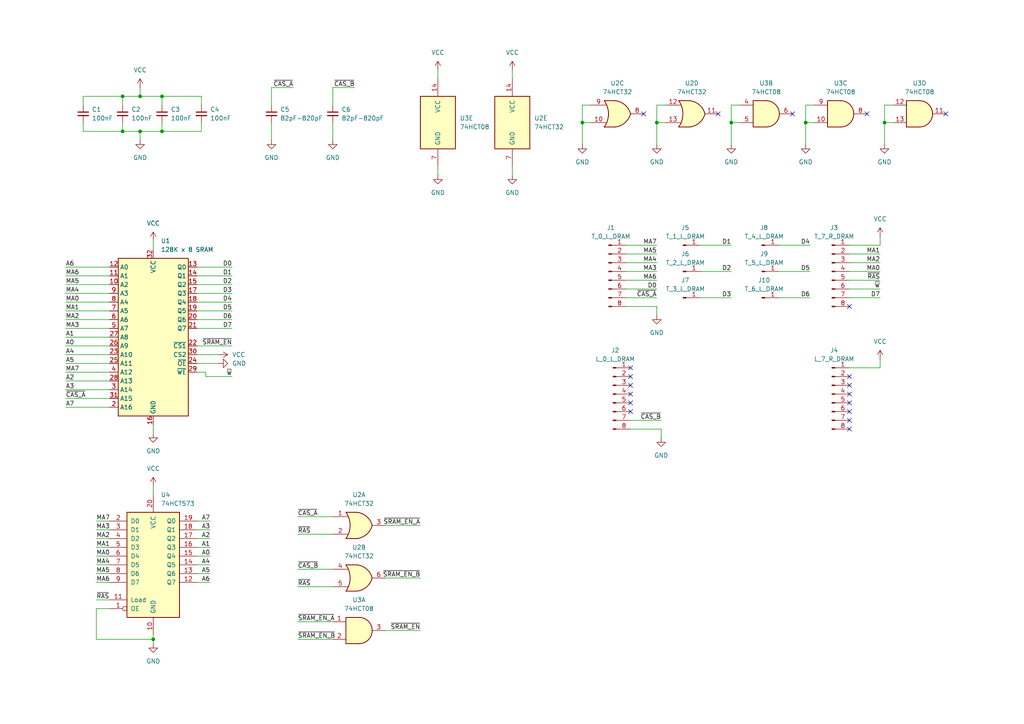
<source format=kicad_sch>
(kicad_sch (version 20231120) (generator "eeschema") (generator_version "8.0")
  (paper "A4")
  (lib_symbols
    (symbol "74xx:74LS08" (pin_names (offset 1.016))
      (property "Reference" "U" (at 0 1.27 0))
      (property "Value" "74LS08" (at 0 -1.27 0))
      (symbol "74LS08_1_1"
        (arc (start 0 -3.81) (mid 3.7934 0) (end 0 3.81) (stroke (width 0.254)) (fill (type background)))
        (polyline (pts (xy 0 3.81) (xy -3.81 3.81) (xy -3.81 -3.81) (xy 0 -3.81)) (stroke (width 0.254)) (fill (type background)))
        (pin input line (at -7.62 2.54 0) (length 3.81) (name "~") (number "1"))
        (pin input line (at -7.62 -2.54 0) (length 3.81) (name "~") (number "2"))
        (pin output line (at 7.62 0 180) (length 3.81) (name "~") (number "3"))
      )
      (symbol "74LS08_1_2"
        (arc (start -3.81 -3.81) (mid -2.589 0) (end -3.81 3.81) (stroke (width 0.254)))
        (arc (start -0.6096 -3.81) (mid 2.1842 -2.5851) (end 3.81 0) (stroke (width 0.254)) (fill (type background)))
        (polyline (pts (xy -3.81 -3.81) (xy -0.635 -3.81)) (stroke (width 0.254)) (fill (type background)))
        (polyline (pts (xy -3.81 3.81) (xy -0.635 3.81)) (stroke (width 0.254)) (fill (type background)))
        (polyline (pts (xy -0.635 3.81) (xy -3.81 3.81) (xy -3.81 3.81) (xy -3.556 3.4036) (xy -3.0226 2.2606) (xy -2.6924 1.0414) (xy -2.6162 -0.254) (xy -2.7686 -1.4986) (xy -3.175 -2.7178) (xy -3.81 -3.81) (xy -3.81 -3.81) (xy -0.635 -3.81)) (stroke (width -25.4)) (fill (type background)))
        (arc (start 3.81 0) (mid 2.1915 2.5936) (end -0.6096 3.81) (stroke (width 0.254)) (fill (type background)))
        (pin input inverted (at -7.62 2.54 0) (length 4.318) (name "~") (number "1"))
        (pin input inverted (at -7.62 -2.54 0) (length 4.318) (name "~") (number "2"))
        (pin output inverted (at 7.62 0 180) (length 3.81) (name "~") (number "3"))
      )
      (symbol "74LS08_2_1"
        (arc (start 0 -3.81) (mid 3.7934 0) (end 0 3.81) (stroke (width 0.254)) (fill (type background)))
        (polyline (pts (xy 0 3.81) (xy -3.81 3.81) (xy -3.81 -3.81) (xy 0 -3.81)) (stroke (width 0.254)) (fill (type background)))
        (pin input line (at -7.62 2.54 0) (length 3.81) (name "~") (number "4"))
        (pin input line (at -7.62 -2.54 0) (length 3.81) (name "~") (number "5"))
        (pin output line (at 7.62 0 180) (length 3.81) (name "~") (number "6"))
      )
      (symbol "74LS08_2_2"
        (arc (start -3.81 -3.81) (mid -2.589 0) (end -3.81 3.81) (stroke (width 0.254)))
        (arc (start -0.6096 -3.81) (mid 2.1842 -2.5851) (end 3.81 0) (stroke (width 0.254)) (fill (type background)))
        (polyline (pts (xy -3.81 -3.81) (xy -0.635 -3.81)) (stroke (width 0.254)) (fill (type background)))
        (polyline (pts (xy -3.81 3.81) (xy -0.635 3.81)) (stroke (width 0.254)) (fill (type background)))
        (polyline (pts (xy -0.635 3.81) (xy -3.81 3.81) (xy -3.81 3.81) (xy -3.556 3.4036) (xy -3.0226 2.2606) (xy -2.6924 1.0414) (xy -2.6162 -0.254) (xy -2.7686 -1.4986) (xy -3.175 -2.7178) (xy -3.81 -3.81) (xy -3.81 -3.81) (xy -0.635 -3.81)) (stroke (width -25.4)) (fill (type background)))
        (arc (start 3.81 0) (mid 2.1915 2.5936) (end -0.6096 3.81) (stroke (width 0.254)) (fill (type background)))
        (pin input inverted (at -7.62 2.54 0) (length 4.318) (name "~") (number "4"))
        (pin input inverted (at -7.62 -2.54 0) (length 4.318) (name "~") (number "5"))
        (pin output inverted (at 7.62 0 180) (length 3.81) (name "~") (number "6"))
      )
      (symbol "74LS08_3_1"
        (arc (start 0 -3.81) (mid 3.7934 0) (end 0 3.81) (stroke (width 0.254)) (fill (type background)))
        (polyline (pts (xy 0 3.81) (xy -3.81 3.81) (xy -3.81 -3.81) (xy 0 -3.81)) (stroke (width 0.254)) (fill (type background)))
        (pin input line (at -7.62 -2.54 0) (length 3.81) (name "~") (number "10"))
        (pin output line (at 7.62 0 180) (length 3.81) (name "~") (number "8"))
        (pin input line (at -7.62 2.54 0) (length 3.81) (name "~") (number "9"))
      )
      (symbol "74LS08_3_2"
        (arc (start -3.81 -3.81) (mid -2.589 0) (end -3.81 3.81) (stroke (width 0.254)))
        (arc (start -0.6096 -3.81) (mid 2.1842 -2.5851) (end 3.81 0) (stroke (width 0.254)) (fill (type background)))
        (polyline (pts (xy -3.81 -3.81) (xy -0.635 -3.81)) (stroke (width 0.254)) (fill (type background)))
        (polyline (pts (xy -3.81 3.81) (xy -0.635 3.81)) (stroke (width 0.254)) (fill (type background)))
        (polyline (pts (xy -0.635 3.81) (xy -3.81 3.81) (xy -3.81 3.81) (xy -3.556 3.4036) (xy -3.0226 2.2606) (xy -2.6924 1.0414) (xy -2.6162 -0.254) (xy -2.7686 -1.4986) (xy -3.175 -2.7178) (xy -3.81 -3.81) (xy -3.81 -3.81) (xy -0.635 -3.81)) (stroke (width -25.4)) (fill (type background)))
        (arc (start 3.81 0) (mid 2.1915 2.5936) (end -0.6096 3.81) (stroke (width 0.254)) (fill (type background)))
        (pin input inverted (at -7.62 -2.54 0) (length 4.318) (name "~") (number "10"))
        (pin output inverted (at 7.62 0 180) (length 3.81) (name "~") (number "8"))
        (pin input inverted (at -7.62 2.54 0) (length 4.318) (name "~") (number "9"))
      )
      (symbol "74LS08_4_1"
        (arc (start 0 -3.81) (mid 3.7934 0) (end 0 3.81) (stroke (width 0.254)) (fill (type background)))
        (polyline (pts (xy 0 3.81) (xy -3.81 3.81) (xy -3.81 -3.81) (xy 0 -3.81)) (stroke (width 0.254)) (fill (type background)))
        (pin output line (at 7.62 0 180) (length 3.81) (name "~") (number "11"))
        (pin input line (at -7.62 2.54 0) (length 3.81) (name "~") (number "12"))
        (pin input line (at -7.62 -2.54 0) (length 3.81) (name "~") (number "13"))
      )
      (symbol "74LS08_4_2"
        (arc (start -3.81 -3.81) (mid -2.589 0) (end -3.81 3.81) (stroke (width 0.254)))
        (arc (start -0.6096 -3.81) (mid 2.1842 -2.5851) (end 3.81 0) (stroke (width 0.254)) (fill (type background)))
        (polyline (pts (xy -3.81 -3.81) (xy -0.635 -3.81)) (stroke (width 0.254)) (fill (type background)))
        (polyline (pts (xy -3.81 3.81) (xy -0.635 3.81)) (stroke (width 0.254)) (fill (type background)))
        (polyline (pts (xy -0.635 3.81) (xy -3.81 3.81) (xy -3.81 3.81) (xy -3.556 3.4036) (xy -3.0226 2.2606) (xy -2.6924 1.0414) (xy -2.6162 -0.254) (xy -2.7686 -1.4986) (xy -3.175 -2.7178) (xy -3.81 -3.81) (xy -3.81 -3.81) (xy -0.635 -3.81)) (stroke (width -25.4)) (fill (type background)))
        (arc (start 3.81 0) (mid 2.1915 2.5936) (end -0.6096 3.81) (stroke (width 0.254)) (fill (type background)))
        (pin output inverted (at 7.62 0 180) (length 3.81) (name "~") (number "11"))
        (pin input inverted (at -7.62 2.54 0) (length 4.318) (name "~") (number "12"))
        (pin input inverted (at -7.62 -2.54 0) (length 4.318) (name "~") (number "13"))
      )
      (symbol "74LS08_5_0"
        (pin power_in line (at 0 12.7 270) (length 5.08) (name "VCC") (number "14"))
        (pin power_in line (at 0 -12.7 90) (length 5.08) (name "GND") (number "7"))
      )
      (symbol "74LS08_5_1"
        (rectangle (start -5.08 7.62) (end 5.08 -7.62) (stroke (width 0.254)) (fill (type background)))
      )
    )
    (symbol "74xx:74LS32" (pin_names (offset 1.016))
      (property "Reference" "U" (at 0 1.27 0))
      (property "Value" "74LS32" (at 0 -1.27 0))
      (symbol "74LS32_1_1"
        (arc (start -3.81 -3.81) (mid -2.589 0) (end -3.81 3.81) (stroke (width 0.254)))
        (arc (start -0.6096 -3.81) (mid 2.1842 -2.5851) (end 3.81 0) (stroke (width 0.254)) (fill (type background)))
        (polyline (pts (xy -3.81 -3.81) (xy -0.635 -3.81)) (stroke (width 0.254)) (fill (type background)))
        (polyline (pts (xy -3.81 3.81) (xy -0.635 3.81)) (stroke (width 0.254)) (fill (type background)))
        (polyline (pts (xy -0.635 3.81) (xy -3.81 3.81) (xy -3.81 3.81) (xy -3.556 3.4036) (xy -3.0226 2.2606) (xy -2.6924 1.0414) (xy -2.6162 -0.254) (xy -2.7686 -1.4986) (xy -3.175 -2.7178) (xy -3.81 -3.81) (xy -3.81 -3.81) (xy -0.635 -3.81)) (stroke (width -25.4)) (fill (type background)))
        (arc (start 3.81 0) (mid 2.1915 2.5936) (end -0.6096 3.81) (stroke (width 0.254)) (fill (type background)))
        (pin input line (at -7.62 2.54 0) (length 4.318) (name "~") (number "1"))
        (pin input line (at -7.62 -2.54 0) (length 4.318) (name "~") (number "2"))
        (pin output line (at 7.62 0 180) (length 3.81) (name "~") (number "3"))
      )
      (symbol "74LS32_1_2"
        (arc (start 0 -3.81) (mid 3.7934 0) (end 0 3.81) (stroke (width 0.254)) (fill (type background)))
        (polyline (pts (xy 0 3.81) (xy -3.81 3.81) (xy -3.81 -3.81) (xy 0 -3.81)) (stroke (width 0.254)) (fill (type background)))
        (pin input inverted (at -7.62 2.54 0) (length 3.81) (name "~") (number "1"))
        (pin input inverted (at -7.62 -2.54 0) (length 3.81) (name "~") (number "2"))
        (pin output inverted (at 7.62 0 180) (length 3.81) (name "~") (number "3"))
      )
      (symbol "74LS32_2_1"
        (arc (start -3.81 -3.81) (mid -2.589 0) (end -3.81 3.81) (stroke (width 0.254)))
        (arc (start -0.6096 -3.81) (mid 2.1842 -2.5851) (end 3.81 0) (stroke (width 0.254)) (fill (type background)))
        (polyline (pts (xy -3.81 -3.81) (xy -0.635 -3.81)) (stroke (width 0.254)) (fill (type background)))
        (polyline (pts (xy -3.81 3.81) (xy -0.635 3.81)) (stroke (width 0.254)) (fill (type background)))
        (polyline (pts (xy -0.635 3.81) (xy -3.81 3.81) (xy -3.81 3.81) (xy -3.556 3.4036) (xy -3.0226 2.2606) (xy -2.6924 1.0414) (xy -2.6162 -0.254) (xy -2.7686 -1.4986) (xy -3.175 -2.7178) (xy -3.81 -3.81) (xy -3.81 -3.81) (xy -0.635 -3.81)) (stroke (width -25.4)) (fill (type background)))
        (arc (start 3.81 0) (mid 2.1915 2.5936) (end -0.6096 3.81) (stroke (width 0.254)) (fill (type background)))
        (pin input line (at -7.62 2.54 0) (length 4.318) (name "~") (number "4"))
        (pin input line (at -7.62 -2.54 0) (length 4.318) (name "~") (number "5"))
        (pin output line (at 7.62 0 180) (length 3.81) (name "~") (number "6"))
      )
      (symbol "74LS32_2_2"
        (arc (start 0 -3.81) (mid 3.7934 0) (end 0 3.81) (stroke (width 0.254)) (fill (type background)))
        (polyline (pts (xy 0 3.81) (xy -3.81 3.81) (xy -3.81 -3.81) (xy 0 -3.81)) (stroke (width 0.254)) (fill (type background)))
        (pin input inverted (at -7.62 2.54 0) (length 3.81) (name "~") (number "4"))
        (pin input inverted (at -7.62 -2.54 0) (length 3.81) (name "~") (number "5"))
        (pin output inverted (at 7.62 0 180) (length 3.81) (name "~") (number "6"))
      )
      (symbol "74LS32_3_1"
        (arc (start -3.81 -3.81) (mid -2.589 0) (end -3.81 3.81) (stroke (width 0.254)))
        (arc (start -0.6096 -3.81) (mid 2.1842 -2.5851) (end 3.81 0) (stroke (width 0.254)) (fill (type background)))
        (polyline (pts (xy -3.81 -3.81) (xy -0.635 -3.81)) (stroke (width 0.254)) (fill (type background)))
        (polyline (pts (xy -3.81 3.81) (xy -0.635 3.81)) (stroke (width 0.254)) (fill (type background)))
        (polyline (pts (xy -0.635 3.81) (xy -3.81 3.81) (xy -3.81 3.81) (xy -3.556 3.4036) (xy -3.0226 2.2606) (xy -2.6924 1.0414) (xy -2.6162 -0.254) (xy -2.7686 -1.4986) (xy -3.175 -2.7178) (xy -3.81 -3.81) (xy -3.81 -3.81) (xy -0.635 -3.81)) (stroke (width -25.4)) (fill (type background)))
        (arc (start 3.81 0) (mid 2.1915 2.5936) (end -0.6096 3.81) (stroke (width 0.254)) (fill (type background)))
        (pin input line (at -7.62 -2.54 0) (length 4.318) (name "~") (number "10"))
        (pin output line (at 7.62 0 180) (length 3.81) (name "~") (number "8"))
        (pin input line (at -7.62 2.54 0) (length 4.318) (name "~") (number "9"))
      )
      (symbol "74LS32_3_2"
        (arc (start 0 -3.81) (mid 3.7934 0) (end 0 3.81) (stroke (width 0.254)) (fill (type background)))
        (polyline (pts (xy 0 3.81) (xy -3.81 3.81) (xy -3.81 -3.81) (xy 0 -3.81)) (stroke (width 0.254)) (fill (type background)))
        (pin input inverted (at -7.62 -2.54 0) (length 3.81) (name "~") (number "10"))
        (pin output inverted (at 7.62 0 180) (length 3.81) (name "~") (number "8"))
        (pin input inverted (at -7.62 2.54 0) (length 3.81) (name "~") (number "9"))
      )
      (symbol "74LS32_4_1"
        (arc (start -3.81 -3.81) (mid -2.589 0) (end -3.81 3.81) (stroke (width 0.254)))
        (arc (start -0.6096 -3.81) (mid 2.1842 -2.5851) (end 3.81 0) (stroke (width 0.254)) (fill (type background)))
        (polyline (pts (xy -3.81 -3.81) (xy -0.635 -3.81)) (stroke (width 0.254)) (fill (type background)))
        (polyline (pts (xy -3.81 3.81) (xy -0.635 3.81)) (stroke (width 0.254)) (fill (type background)))
        (polyline (pts (xy -0.635 3.81) (xy -3.81 3.81) (xy -3.81 3.81) (xy -3.556 3.4036) (xy -3.0226 2.2606) (xy -2.6924 1.0414) (xy -2.6162 -0.254) (xy -2.7686 -1.4986) (xy -3.175 -2.7178) (xy -3.81 -3.81) (xy -3.81 -3.81) (xy -0.635 -3.81)) (stroke (width -25.4)) (fill (type background)))
        (arc (start 3.81 0) (mid 2.1915 2.5936) (end -0.6096 3.81) (stroke (width 0.254)) (fill (type background)))
        (pin output line (at 7.62 0 180) (length 3.81) (name "~") (number "11"))
        (pin input line (at -7.62 2.54 0) (length 4.318) (name "~") (number "12"))
        (pin input line (at -7.62 -2.54 0) (length 4.318) (name "~") (number "13"))
      )
      (symbol "74LS32_4_2"
        (arc (start 0 -3.81) (mid 3.7934 0) (end 0 3.81) (stroke (width 0.254)) (fill (type background)))
        (polyline (pts (xy 0 3.81) (xy -3.81 3.81) (xy -3.81 -3.81) (xy 0 -3.81)) (stroke (width 0.254)) (fill (type background)))
        (pin output inverted (at 7.62 0 180) (length 3.81) (name "~") (number "11"))
        (pin input inverted (at -7.62 2.54 0) (length 3.81) (name "~") (number "12"))
        (pin input inverted (at -7.62 -2.54 0) (length 3.81) (name "~") (number "13"))
      )
      (symbol "74LS32_5_0"
        (pin power_in line (at 0 12.7 270) (length 5.08) (name "VCC") (number "14"))
        (pin power_in line (at 0 -12.7 90) (length 5.08) (name "GND") (number "7"))
      )
      (symbol "74LS32_5_1"
        (rectangle (start -5.08 7.62) (end 5.08 -7.62) (stroke (width 0.254)) (fill (type background)))
      )
    )
    (symbol "74xx:74LS573" (pin_names (offset 1.016))
      (property "Reference" "U" (at -7.62 16.51 0))
      (property "Value" "74LS573" (at -7.62 -16.51 0))
      (symbol "74LS573_1_0"
        (pin input inverted (at -12.7 -12.7 0) (length 5.08) (name "OE") (number "1"))
        (pin power_in line (at 0 -20.32 90) (length 5.08) (name "GND") (number "10"))
        (pin input line (at -12.7 -10.16 0) (length 5.08) (name "Load") (number "11"))
        (pin tri_state line (at 12.7 -5.08 180) (length 5.08) (name "Q7") (number "12"))
        (pin tri_state line (at 12.7 -2.54 180) (length 5.08) (name "Q6") (number "13"))
        (pin tri_state line (at 12.7 0 180) (length 5.08) (name "Q5") (number "14"))
        (pin tri_state line (at 12.7 2.54 180) (length 5.08) (name "Q4") (number "15"))
        (pin tri_state line (at 12.7 5.08 180) (length 5.08) (name "Q3") (number "16"))
        (pin tri_state line (at 12.7 7.62 180) (length 5.08) (name "Q2") (number "17"))
        (pin tri_state line (at 12.7 10.16 180) (length 5.08) (name "Q1") (number "18"))
        (pin tri_state line (at 12.7 12.7 180) (length 5.08) (name "Q0") (number "19"))
        (pin input line (at -12.7 12.7 0) (length 5.08) (name "D0") (number "2"))
        (pin power_in line (at 0 20.32 270) (length 5.08) (name "VCC") (number "20"))
        (pin input line (at -12.7 10.16 0) (length 5.08) (name "D1") (number "3"))
        (pin input line (at -12.7 7.62 0) (length 5.08) (name "D2") (number "4"))
        (pin input line (at -12.7 5.08 0) (length 5.08) (name "D3") (number "5"))
        (pin input line (at -12.7 2.54 0) (length 5.08) (name "D4") (number "6"))
        (pin input line (at -12.7 0 0) (length 5.08) (name "D5") (number "7"))
        (pin input line (at -12.7 -2.54 0) (length 5.08) (name "D6") (number "8"))
        (pin input line (at -12.7 -5.08 0) (length 5.08) (name "D7") (number "9"))
      )
      (symbol "74LS573_1_1"
        (rectangle (start -7.62 15.24) (end 7.62 -15.24) (stroke (width 0.254)) (fill (type background)))
      )
    )
    (symbol "Connector:Conn_01x01_Pin" (pin_names (offset 1.016) hide)
      (property "Reference" "J" (at 0 2.54 0))
      (property "Value" "Conn_01x01_Pin" (at 0 -2.54 0))
      (symbol "Conn_01x01_Pin_1_1"
        (polyline (pts (xy 1.27 0) (xy 0.8636 0)) (stroke (width 0.1524)))
        (rectangle (start 0.8636 0.127) (end 0 -0.127) (stroke (width 0.1524)) (fill (type outline)))
        (pin passive line (at 5.08 0 180) (length 3.81) (name "Pin_1") (number "1"))
      )
    )
    (symbol "Connector:Conn_01x08_Pin" (pin_names (offset 1.016) hide)
      (property "Reference" "J" (at 0 10.16 0))
      (property "Value" "Conn_01x08_Pin" (at 0 -12.7 0))
      (symbol "Conn_01x08_Pin_1_1"
        (polyline (pts (xy 1.27 -10.16) (xy 0.8636 -10.16)) (stroke (width 0.1524)))
        (polyline (pts (xy 1.27 -7.62) (xy 0.8636 -7.62)) (stroke (width 0.1524)))
        (polyline (pts (xy 1.27 -5.08) (xy 0.8636 -5.08)) (stroke (width 0.1524)))
        (polyline (pts (xy 1.27 -2.54) (xy 0.8636 -2.54)) (stroke (width 0.1524)))
        (polyline (pts (xy 1.27 0) (xy 0.8636 0)) (stroke (width 0.1524)))
        (polyline (pts (xy 1.27 2.54) (xy 0.8636 2.54)) (stroke (width 0.1524)))
        (polyline (pts (xy 1.27 5.08) (xy 0.8636 5.08)) (stroke (width 0.1524)))
        (polyline (pts (xy 1.27 7.62) (xy 0.8636 7.62)) (stroke (width 0.1524)))
        (rectangle (start 0.8636 -10.033) (end 0 -10.287) (stroke (width 0.1524)) (fill (type outline)))
        (rectangle (start 0.8636 -7.493) (end 0 -7.747) (stroke (width 0.1524)) (fill (type outline)))
        (rectangle (start 0.8636 -4.953) (end 0 -5.207) (stroke (width 0.1524)) (fill (type outline)))
        (rectangle (start 0.8636 -2.413) (end 0 -2.667) (stroke (width 0.1524)) (fill (type outline)))
        (rectangle (start 0.8636 0.127) (end 0 -0.127) (stroke (width 0.1524)) (fill (type outline)))
        (rectangle (start 0.8636 2.667) (end 0 2.413) (stroke (width 0.1524)) (fill (type outline)))
        (rectangle (start 0.8636 5.207) (end 0 4.953) (stroke (width 0.1524)) (fill (type outline)))
        (rectangle (start 0.8636 7.747) (end 0 7.493) (stroke (width 0.1524)) (fill (type outline)))
        (pin passive line (at 5.08 7.62 180) (length 3.81) (name "Pin_1") (number "1"))
        (pin passive line (at 5.08 5.08 180) (length 3.81) (name "Pin_2") (number "2"))
        (pin passive line (at 5.08 2.54 180) (length 3.81) (name "Pin_3") (number "3"))
        (pin passive line (at 5.08 0 180) (length 3.81) (name "Pin_4") (number "4"))
        (pin passive line (at 5.08 -2.54 180) (length 3.81) (name "Pin_5") (number "5"))
        (pin passive line (at 5.08 -5.08 180) (length 3.81) (name "Pin_6") (number "6"))
        (pin passive line (at 5.08 -7.62 180) (length 3.81) (name "Pin_7") (number "7"))
        (pin passive line (at 5.08 -10.16 180) (length 3.81) (name "Pin_8") (number "8"))
      )
    )
    (symbol "Device:C_Small" (pin_numbers hide) (pin_names (offset 0.254) hide)
      (property "Reference" "C" (at 0.254 1.778 0))
      (property "Value" "C_Small" (at 0.254 -2.032 0))
      (symbol "C_Small_0_1"
        (polyline (pts (xy -1.524 -0.508) (xy 1.524 -0.508)) (stroke (width 0.3302)))
        (polyline (pts (xy -1.524 0.508) (xy 1.524 0.508)) (stroke (width 0.3048)))
      )
      (symbol "C_Small_1_1"
        (pin passive line (at 0 2.54 270) (length 2.032) (name "~") (number "1"))
        (pin passive line (at 0 -2.54 90) (length 2.032) (name "~") (number "2"))
      )
    )
    (symbol "Memory_RAM:628128_DIP32_SSOP32"
      (property "Reference" "U" (at -10.16 23.495 0))
      (property "Value" "628128_DIP32_SSOP32" (at 2.54 23.495 0))
      (symbol "628128_DIP32_SSOP32_0_0"
        (pin power_in line (at 0 -25.4 90) (length 2.54) (name "GND") (number "16"))
        (pin power_in line (at 0 25.4 270) (length 2.54) (name "VCC") (number "32"))
      )
      (symbol "628128_DIP32_SSOP32_0_1"
        (rectangle (start -10.16 22.86) (end 10.16 -22.86) (stroke (width 0.254)) (fill (type background)))
      )
      (symbol "628128_DIP32_SSOP32_1_1"
        (pin no_connect line (at 10.16 -20.32 180) (length 2.54) hide (name "NC") (number "1"))
        (pin input line (at -12.7 15.24 0) (length 2.54) (name "A2") (number "10"))
        (pin input line (at -12.7 17.78 0) (length 2.54) (name "A1") (number "11"))
        (pin input line (at -12.7 20.32 0) (length 2.54) (name "A0") (number "12"))
        (pin tri_state line (at 12.7 20.32 180) (length 2.54) (name "Q0") (number "13"))
        (pin tri_state line (at 12.7 17.78 180) (length 2.54) (name "Q1") (number "14"))
        (pin tri_state line (at 12.7 15.24 180) (length 2.54) (name "Q2") (number "15"))
        (pin tri_state line (at 12.7 12.7 180) (length 2.54) (name "Q3") (number "17"))
        (pin tri_state line (at 12.7 10.16 180) (length 2.54) (name "Q4") (number "18"))
        (pin tri_state line (at 12.7 7.62 180) (length 2.54) (name "Q5") (number "19"))
        (pin input line (at -12.7 -20.32 0) (length 2.54) (name "A16") (number "2"))
        (pin tri_state line (at 12.7 5.08 180) (length 2.54) (name "Q6") (number "20"))
        (pin tri_state line (at 12.7 2.54 180) (length 2.54) (name "Q7") (number "21"))
        (pin input line (at 12.7 -2.54 180) (length 2.54) (name "~{CS1}") (number "22"))
        (pin input line (at -12.7 -5.08 0) (length 2.54) (name "A10") (number "23"))
        (pin input line (at 12.7 -7.62 180) (length 2.54) (name "~{OE}") (number "24"))
        (pin input line (at -12.7 -7.62 0) (length 2.54) (name "A11") (number "25"))
        (pin input line (at -12.7 -2.54 0) (length 2.54) (name "A9") (number "26"))
        (pin input line (at -12.7 0 0) (length 2.54) (name "A8") (number "27"))
        (pin input line (at -12.7 -12.7 0) (length 2.54) (name "A13") (number "28"))
        (pin input line (at 12.7 -10.16 180) (length 2.54) (name "~{WE}") (number "29"))
        (pin input line (at -12.7 -15.24 0) (length 2.54) (name "A14") (number "3"))
        (pin input line (at 12.7 -5.08 180) (length 2.54) (name "CS2") (number "30"))
        (pin input line (at -12.7 -17.78 0) (length 2.54) (name "A15") (number "31"))
        (pin input line (at -12.7 -10.16 0) (length 2.54) (name "A12") (number "4"))
        (pin input line (at -12.7 2.54 0) (length 2.54) (name "A7") (number "5"))
        (pin input line (at -12.7 5.08 0) (length 2.54) (name "A6") (number "6"))
        (pin input line (at -12.7 7.62 0) (length 2.54) (name "A5") (number "7"))
        (pin input line (at -12.7 10.16 0) (length 2.54) (name "A4") (number "8"))
        (pin input line (at -12.7 12.7 0) (length 2.54) (name "A3") (number "9"))
      )
    )
    (symbol "power:GND" (power) (pin_numbers hide) (pin_names (offset 0) hide)
      (property "Value" "GND" (at 0 -3.81 0))
      (symbol "GND_0_1"
        (polyline (pts (xy 0 0) (xy 0 -1.27) (xy 1.27 -1.27) (xy 0 -2.54) (xy -1.27 -1.27) (xy 0 -1.27)))
      )
      (symbol "GND_1_1"
        (pin power_in line (at 0 0 270) (length 0) (name "~") (number "1"))
      )
    )
    (symbol "power:VCC" (power) (pin_numbers hide) (pin_names (offset 0) hide)
      (property "Value" "VCC" (at 0 3.556 0))
      (symbol "VCC_0_1"
        (polyline (pts (xy -0.762 1.27) (xy 0 2.54)))
        (polyline (pts (xy 0 0) (xy 0 2.54)))
        (polyline (pts (xy 0 2.54) (xy 0.762 1.27)))
      )
      (symbol "VCC_1_1"
        (pin power_in line (at 0 0 90) (length 0) (name "~") (number "1"))
      )
    )
  )
  (junction (at 46.99 27.94))
  (junction (at 40.64 27.94))
  (junction (at 212.09 35.56))
  (junction (at 40.64 38.1))
  (junction (at 35.56 27.94))
  (junction (at 256.54 35.56))
  (junction (at 35.56 38.1))
  (junction (at 44.45 185.42))
  (junction (at 233.68 35.56))
  (junction (at 190.5 35.56))
  (junction (at 168.91 35.56))
  (junction (at 46.99 38.1))
  (no_connect (at 182.88 106.68))
  (no_connect (at 182.88 114.3))
  (no_connect (at 186.69 33.02))
  (no_connect (at 182.88 111.76))
  (no_connect (at 246.38 124.46))
  (no_connect (at 246.38 119.38))
  (no_connect (at 246.38 116.84))
  (no_connect (at 182.88 116.84))
  (no_connect (at 246.38 114.3))
  (no_connect (at 246.38 109.22))
  (no_connect (at 208.28 33.02))
  (no_connect (at 274.32 33.02))
  (no_connect (at 246.38 111.76))
  (no_connect (at 182.88 119.38))
  (no_connect (at 229.87 33.02))
  (no_connect (at 251.46 33.02))
  (no_connect (at 182.88 109.22))
  (no_connect (at 246.38 121.92))
  (no_connect (at 246.38 88.9))
  (wire (pts (xy 111.76 167.64) (xy 121.92 167.64)))
  (wire (pts (xy 40.64 38.1) (xy 46.99 38.1)))
  (wire (pts (xy 127 20.32) (xy 127 22.86)))
  (wire (pts (xy 40.64 25.4) (xy 40.64 27.94)))
  (wire (pts (xy 57.15 161.29) (xy 60.96 161.29)))
  (wire (pts (xy 57.15 163.83) (xy 60.96 163.83)))
  (wire (pts (xy 24.13 30.48) (xy 24.13 27.94)))
  (wire (pts (xy 44.45 123.19) (xy 44.45 125.73)))
  (wire (pts (xy 148.59 48.26) (xy 148.59 50.8)))
  (wire (pts (xy 78.74 25.4) (xy 85.09 25.4)))
  (wire (pts (xy 212.09 41.91) (xy 212.09 35.56)))
  (wire (pts (xy 190.5 30.48) (xy 193.04 30.48)))
  (wire (pts (xy 255.27 68.58) (xy 255.27 71.12)))
  (wire (pts (xy 57.15 102.87) (xy 63.5 102.87)))
  (wire (pts (xy 19.05 80.01) (xy 31.75 80.01)))
  (wire (pts (xy 44.45 140.97) (xy 44.45 143.51)))
  (wire (pts (xy 256.54 41.91) (xy 256.54 35.56)))
  (wire (pts (xy 35.56 27.94) (xy 40.64 27.94)))
  (wire (pts (xy 27.94 185.42) (xy 27.94 176.53)))
  (wire (pts (xy 27.94 151.13) (xy 31.75 151.13)))
  (wire (pts (xy 24.13 35.56) (xy 24.13 38.1)))
  (wire (pts (xy 246.38 106.68) (xy 255.27 106.68)))
  (wire (pts (xy 40.64 38.1) (xy 40.64 40.64)))
  (wire (pts (xy 78.74 25.4) (xy 78.74 30.48)))
  (wire (pts (xy 168.91 35.56) (xy 171.45 35.56)))
  (wire (pts (xy 203.2 86.36) (xy 212.09 86.36)))
  (wire (pts (xy 27.94 168.91) (xy 31.75 168.91)))
  (wire (pts (xy 86.36 149.86) (xy 96.52 149.86)))
  (wire (pts (xy 182.88 121.92) (xy 191.77 121.92)))
  (wire (pts (xy 86.36 165.1) (xy 96.52 165.1)))
  (wire (pts (xy 44.45 185.42) (xy 44.45 186.69)))
  (wire (pts (xy 27.94 166.37) (xy 31.75 166.37)))
  (wire (pts (xy 96.52 25.4) (xy 96.52 30.48)))
  (wire (pts (xy 19.05 90.17) (xy 31.75 90.17)))
  (wire (pts (xy 190.5 88.9) (xy 190.5 91.44)))
  (wire (pts (xy 27.94 161.29) (xy 31.75 161.29)))
  (wire (pts (xy 78.74 35.56) (xy 78.74 40.64)))
  (wire (pts (xy 256.54 35.56) (xy 259.08 35.56)))
  (wire (pts (xy 246.38 78.74) (xy 255.27 78.74)))
  (wire (pts (xy 57.15 80.01) (xy 67.31 80.01)))
  (wire (pts (xy 27.94 158.75) (xy 31.75 158.75)))
  (wire (pts (xy 246.38 71.12) (xy 255.27 71.12)))
  (wire (pts (xy 256.54 35.56) (xy 256.54 30.48)))
  (wire (pts (xy 226.06 86.36) (xy 234.95 86.36)))
  (wire (pts (xy 19.05 115.57) (xy 31.75 115.57)))
  (wire (pts (xy 96.52 35.56) (xy 96.52 40.64)))
  (wire (pts (xy 35.56 38.1) (xy 40.64 38.1)))
  (wire (pts (xy 246.38 83.82) (xy 255.27 83.82)))
  (wire (pts (xy 19.05 95.25) (xy 31.75 95.25)))
  (wire (pts (xy 27.94 173.99) (xy 31.75 173.99)))
  (wire (pts (xy 181.61 73.66) (xy 190.5 73.66)))
  (wire (pts (xy 127 48.26) (xy 127 50.8)))
  (wire (pts (xy 59.69 107.95) (xy 59.69 109.22)))
  (wire (pts (xy 203.2 78.74) (xy 212.09 78.74)))
  (wire (pts (xy 57.15 166.37) (xy 60.96 166.37)))
  (wire (pts (xy 19.05 102.87) (xy 31.75 102.87)))
  (wire (pts (xy 24.13 27.94) (xy 35.56 27.94)))
  (wire (pts (xy 181.61 86.36) (xy 190.5 86.36)))
  (wire (pts (xy 19.05 100.33) (xy 31.75 100.33)))
  (wire (pts (xy 19.05 92.71) (xy 31.75 92.71)))
  (wire (pts (xy 246.38 73.66) (xy 255.27 73.66)))
  (wire (pts (xy 57.15 151.13) (xy 60.96 151.13)))
  (wire (pts (xy 35.56 35.56) (xy 35.56 38.1)))
  (wire (pts (xy 212.09 30.48) (xy 214.63 30.48)))
  (wire (pts (xy 256.54 30.48) (xy 259.08 30.48)))
  (wire (pts (xy 19.05 97.79) (xy 31.75 97.79)))
  (wire (pts (xy 190.5 35.56) (xy 193.04 35.56)))
  (wire (pts (xy 246.38 86.36) (xy 255.27 86.36)))
  (wire (pts (xy 57.15 107.95) (xy 59.69 107.95)))
  (wire (pts (xy 182.88 124.46) (xy 191.77 124.46)))
  (wire (pts (xy 57.15 92.71) (xy 67.31 92.71)))
  (wire (pts (xy 86.36 154.94) (xy 96.52 154.94)))
  (wire (pts (xy 255.27 104.14) (xy 255.27 106.68)))
  (wire (pts (xy 19.05 77.47) (xy 31.75 77.47)))
  (wire (pts (xy 86.36 170.18) (xy 96.52 170.18)))
  (wire (pts (xy 190.5 35.56) (xy 190.5 30.48)))
  (wire (pts (xy 46.99 27.94) (xy 46.99 30.48)))
  (wire (pts (xy 46.99 38.1) (xy 46.99 35.56)))
  (wire (pts (xy 57.15 153.67) (xy 60.96 153.67)))
  (wire (pts (xy 96.52 25.4) (xy 102.87 25.4)))
  (wire (pts (xy 233.68 35.56) (xy 233.68 30.48)))
  (wire (pts (xy 226.06 71.12) (xy 234.95 71.12)))
  (wire (pts (xy 181.61 81.28) (xy 190.5 81.28)))
  (wire (pts (xy 168.91 30.48) (xy 171.45 30.48)))
  (wire (pts (xy 181.61 78.74) (xy 190.5 78.74)))
  (wire (pts (xy 86.36 180.34) (xy 96.52 180.34)))
  (wire (pts (xy 246.38 81.28) (xy 255.27 81.28)))
  (wire (pts (xy 27.94 185.42) (xy 44.45 185.42)))
  (wire (pts (xy 19.05 107.95) (xy 31.75 107.95)))
  (wire (pts (xy 168.91 35.56) (xy 168.91 30.48)))
  (wire (pts (xy 57.15 95.25) (xy 67.31 95.25)))
  (wire (pts (xy 19.05 87.63) (xy 31.75 87.63)))
  (wire (pts (xy 111.76 182.88) (xy 121.92 182.88)))
  (wire (pts (xy 226.06 78.74) (xy 234.95 78.74)))
  (wire (pts (xy 168.91 41.91) (xy 168.91 35.56)))
  (wire (pts (xy 19.05 85.09) (xy 31.75 85.09)))
  (wire (pts (xy 96.52 185.42) (xy 86.36 185.42)))
  (wire (pts (xy 44.45 69.85) (xy 44.45 72.39)))
  (wire (pts (xy 46.99 38.1) (xy 58.42 38.1)))
  (wire (pts (xy 27.94 153.67) (xy 31.75 153.67)))
  (wire (pts (xy 59.69 109.22) (xy 67.31 109.22)))
  (wire (pts (xy 27.94 163.83) (xy 31.75 163.83)))
  (wire (pts (xy 203.2 71.12) (xy 212.09 71.12)))
  (wire (pts (xy 181.61 76.2) (xy 190.5 76.2)))
  (wire (pts (xy 24.13 38.1) (xy 35.56 38.1)))
  (wire (pts (xy 19.05 105.41) (xy 31.75 105.41)))
  (wire (pts (xy 19.05 110.49) (xy 31.75 110.49)))
  (wire (pts (xy 46.99 27.94) (xy 58.42 27.94)))
  (wire (pts (xy 58.42 27.94) (xy 58.42 30.48)))
  (wire (pts (xy 57.15 168.91) (xy 60.96 168.91)))
  (wire (pts (xy 233.68 30.48) (xy 236.22 30.48)))
  (wire (pts (xy 19.05 82.55) (xy 31.75 82.55)))
  (wire (pts (xy 58.42 38.1) (xy 58.42 35.56)))
  (wire (pts (xy 27.94 176.53) (xy 31.75 176.53)))
  (wire (pts (xy 27.94 156.21) (xy 31.75 156.21)))
  (wire (pts (xy 35.56 27.94) (xy 35.56 30.48)))
  (wire (pts (xy 44.45 184.15) (xy 44.45 185.42)))
  (wire (pts (xy 181.61 71.12) (xy 190.5 71.12)))
  (wire (pts (xy 40.64 27.94) (xy 46.99 27.94)))
  (wire (pts (xy 57.15 100.33) (xy 67.31 100.33)))
  (wire (pts (xy 212.09 35.56) (xy 214.63 35.56)))
  (wire (pts (xy 57.15 87.63) (xy 67.31 87.63)))
  (wire (pts (xy 57.15 82.55) (xy 67.31 82.55)))
  (wire (pts (xy 57.15 105.41) (xy 63.5 105.41)))
  (wire (pts (xy 57.15 85.09) (xy 67.31 85.09)))
  (wire (pts (xy 57.15 77.47) (xy 67.31 77.47)))
  (wire (pts (xy 191.77 124.46) (xy 191.77 127)))
  (wire (pts (xy 111.76 152.4) (xy 121.92 152.4)))
  (wire (pts (xy 246.38 76.2) (xy 255.27 76.2)))
  (wire (pts (xy 233.68 35.56) (xy 236.22 35.56)))
  (wire (pts (xy 181.61 88.9) (xy 190.5 88.9)))
  (wire (pts (xy 57.15 156.21) (xy 60.96 156.21)))
  (wire (pts (xy 181.61 83.82) (xy 190.5 83.82)))
  (wire (pts (xy 19.05 113.03) (xy 31.75 113.03)))
  (wire (pts (xy 233.68 41.91) (xy 233.68 35.56)))
  (wire (pts (xy 190.5 41.91) (xy 190.5 35.56)))
  (wire (pts (xy 57.15 158.75) (xy 60.96 158.75)))
  (wire (pts (xy 212.09 35.56) (xy 212.09 30.48)))
  (wire (pts (xy 148.59 20.32) (xy 148.59 22.86)))
  (wire (pts (xy 19.05 118.11) (xy 31.75 118.11)))
  (wire (pts (xy 57.15 90.17) (xy 67.31 90.17)))
  (label "MA7" (at 190.5 71.12 180))
  (label "MA3" (at 19.05 95.25 0))
  (label "D0" (at 190.5 83.82 180))
  (label "~{CAS_A}" (at 85.09 25.4 180))
  (label "MA4" (at 27.94 163.83 0))
  (label "~{RAS}" (at 27.94 173.99 0))
  (label "A3" (at 19.05 113.03 0))
  (label "D7" (at 67.31 95.25 180))
  (label "MA4" (at 19.05 85.09 0))
  (label "MA5" (at 19.05 82.55 0))
  (label "D2" (at 212.09 78.74 180))
  (label "~{SRAM_EN}" (at 67.31 100.33 180))
  (label "~{SRAM_EN_A}" (at 86.36 180.34 0))
  (label "~{CAS_A}" (at 86.36 149.86 0))
  (label "A3" (at 60.96 153.67 180))
  (label "MA1" (at 27.94 158.75 0))
  (label "A4" (at 60.96 163.83 180))
  (label "D0" (at 67.31 77.47 180))
  (label "~{SRAM_EN_B}" (at 86.36 185.42 0))
  (label "A0" (at 60.96 161.29 180))
  (label "A7" (at 19.05 118.11 0))
  (label "D4" (at 234.95 71.12 180))
  (label "MA3" (at 27.94 153.67 0))
  (label "~{RAS}" (at 86.36 170.18 0))
  (label "D5" (at 234.95 78.74 180))
  (label "A6" (at 60.96 168.91 180))
  (label "A5" (at 19.05 105.41 0))
  (label "~{SRAM_EN}" (at 121.92 182.88 180))
  (label "D5" (at 67.31 90.17 180))
  (label "~{CAS_A}" (at 190.5 86.36 180))
  (label "A2" (at 60.96 156.21 180))
  (label "MA5" (at 190.5 73.66 180))
  (label "MA1" (at 19.05 90.17 0))
  (label "~{SRAM_EN_A}" (at 121.92 152.4 180))
  (label "A4" (at 19.05 102.87 0))
  (label "~{CAS_A}" (at 19.05 115.57 0))
  (label "D3" (at 67.31 85.09 180))
  (label "MA6" (at 19.05 80.01 0))
  (label "D2" (at 67.31 82.55 180))
  (label "MA2" (at 27.94 156.21 0))
  (label "MA5" (at 27.94 166.37 0))
  (label "MA3" (at 190.5 78.74 180))
  (label "MA0" (at 19.05 87.63 0))
  (label "A2" (at 19.05 110.49 0))
  (label "~{RAS}" (at 255.27 81.28 180))
  (label "A6" (at 19.05 77.47 0))
  (label "~{CAS_B}" (at 102.87 25.4 180))
  (label "A7" (at 60.96 151.13 180))
  (label "A1" (at 60.96 158.75 180))
  (label "MA6" (at 27.94 168.91 0))
  (label "D7" (at 255.27 86.36 180))
  (label "MA7" (at 27.94 151.13 0))
  (label "~{CAS_B}" (at 191.77 121.92 180))
  (label "~{SRAM_EN_B}" (at 121.92 167.64 180))
  (label "A0" (at 19.05 100.33 0))
  (label "MA2" (at 19.05 92.71 0))
  (label "MA1" (at 255.27 73.66 180))
  (label "MA0" (at 27.94 161.29 0))
  (label "D6" (at 234.95 86.36 180))
  (label "~{W}" (at 255.27 83.82 180))
  (label "D1" (at 212.09 71.12 180))
  (label "D1" (at 67.31 80.01 180))
  (label "MA0" (at 255.27 78.74 180))
  (label "D4" (at 67.31 87.63 180))
  (label "A5" (at 60.96 166.37 180))
  (label "MA6" (at 190.5 81.28 180))
  (label "MA7" (at 19.05 107.95 0))
  (label "D3" (at 212.09 86.36 180))
  (label "MA4" (at 190.5 76.2 180))
  (label "~{W}" (at 67.31 109.22 180))
  (label "MA2" (at 255.27 76.2 180))
  (label "~{CAS_B}" (at 86.36 165.1 0))
  (label "~{RAS}" (at 86.36 154.94 0))
  (label "D6" (at 67.31 92.71 180))
  (label "A1" (at 19.05 97.79 0))
  (symbol (lib_id "power:VCC") (at 44.45 140.97 0) (unit 1)
    (property "Reference" "#PWR015" (effects (hide yes)))
    (property "Value" "VCC" (at 44.45 135.89 0))
    (property "Description" "Power symbol creates a global label with name \"VCC\"" (effects (hide yes)))
  )
  (symbol (lib_id "power:GND") (at 233.68 41.91 0) (unit 1)
    (property "Reference" "#PWR013" (effects (hide yes)))
    (property "Value" "GND" (at 233.68 46.99 0))
    (property "Description" "Power symbol creates a global label with name \"GND\" , ground" (effects (hide yes)))
  )
  (symbol (lib_id "power:VCC") (at 255.27 68.58 0) (unit 1)
    (property "Reference" "#PWR023" (effects (hide yes)))
    (property "Value" "VCC" (at 255.27 63.5 0))
    (property "Description" "Power symbol creates a global label with name \"VCC\"" (effects (hide yes)))
  )
  (symbol (lib_id "power:GND") (at 256.54 41.91 0) (unit 1)
    (property "Reference" "#PWR014" (effects (hide yes)))
    (property "Value" "GND" (at 256.54 46.99 0))
    (property "Description" "Power symbol creates a global label with name \"GND\" , ground" (effects (hide yes)))
  )
  (symbol (lib_id "Device:C_Small") (at 35.56 33.02 0) (unit 1)
    (property "Reference" "C2" (at 38.1 31.7562 0) (effects (justify left)))
    (property "Value" "100nF" (at 38.1 34.2962 0) (effects (justify left)))
    (property "Footprint" "Capacitor_SMD:C_1206_3216Metric_Pad1.33x1.80mm_HandSolder" (effects (hide yes)))
    (property "Description" "Unpolarized capacitor, small symbol" (effects (hide yes)))
  )
  (symbol (lib_id "Device:C_Small") (at 46.99 33.02 0) (unit 1)
    (property "Reference" "C3" (at 49.53 31.7562 0) (effects (justify left)))
    (property "Value" "100nF" (at 49.53 34.2962 0) (effects (justify left)))
    (property "Footprint" "Capacitor_SMD:C_1206_3216Metric_Pad1.33x1.80mm_HandSolder" (effects (hide yes)))
    (property "Description" "Unpolarized capacitor, small symbol" (effects (hide yes)))
  )
  (symbol (lib_id "Connector:Conn_01x08_Pin") (at 241.3 78.74 0) (unit 1)
    (property "Reference" "J3" (at 241.935 66.04 0))
    (property "Value" "T_7_R_DRAM" (at 241.935 68.58 0))
    (property "Footprint" "Connector_PinHeader_2.54mm:PinHeader_1x08_P2.54mm_Vertical" (effects (hide yes)))
    (property "Description" "Generic connector, single row, 01x08, script generated" (effects (hide yes)))
  )
  (symbol (lib_id "Connector:Conn_01x01_Pin") (at 198.12 86.36 0) (unit 1)
    (property "Reference" "J7" (at 198.755 81.28 0))
    (property "Value" "T_3_L_DRAM" (at 198.755 83.82 0))
    (property "Footprint" "Connector_PinHeader_2.54mm:PinHeader_1x01_P2.54mm_Vertical" (effects (hide yes)))
    (property "Description" "Generic connector, single row, 01x01, script generated" (effects (hide yes)))
  )
  (symbol (lib_id "power:VCC") (at 63.5 102.87 270) (unit 1)
    (property "Reference" "#PWR04" (effects (hide yes)))
    (property "Value" "VCC" (at 67.31 102.8699 90) (effects (justify left)))
    (property "Description" "Power symbol creates a global label with name \"VCC\"" (effects (hide yes)))
  )
  (symbol (lib_id "power:GND") (at 168.91 41.91 0) (unit 1)
    (property "Reference" "#PWR08" (effects (hide yes)))
    (property "Value" "GND" (at 168.91 46.99 0))
    (property "Description" "Power symbol creates a global label with name \"GND\" , ground" (effects (hide yes)))
  )
  (symbol (lib_id "74xx:74LS32") (at 104.14 167.64 0) (unit 2)
    (property "Reference" "U2" (at 104.14 158.75 0))
    (property "Value" "74HCT32" (at 104.14 161.29 0))
    (property "Footprint" "Package_DIP:DIP-14_W7.62mm" (effects (hide yes)))
    (property "Datasheet" "http://www.ti.com/lit/gpn/sn74LS32" (effects (hide yes)))
    (property "Description" "Quad 2-input OR" (effects (hide yes)))
  )
  (symbol (lib_id "74xx:74LS08") (at 222.25 33.02 0) (unit 2)
    (property "Reference" "U3" (at 222.2417 24.13 0))
    (property "Value" "74HCT08" (at 222.2417 26.67 0))
    (property "Footprint" "Package_DIP:DIP-14_W7.62mm" (effects (hide yes)))
    (property "Datasheet" "http://www.ti.com/lit/gpn/sn74LS08" (effects (hide yes)))
    (property "Description" "Quad And2" (effects (hide yes)))
  )
  (symbol (lib_id "Connector:Conn_01x08_Pin") (at 176.53 78.74 0) (unit 1)
    (property "Reference" "J1" (at 177.165 66.04 0))
    (property "Value" "T_0_L_DRAM" (at 177.165 68.58 0))
    (property "Footprint" "Connector_PinHeader_2.54mm:PinHeader_1x08_P2.54mm_Vertical" (effects (hide yes)))
    (property "Description" "Generic connector, single row, 01x08, script generated" (effects (hide yes)))
  )
  (symbol (lib_id "74xx:74LS08") (at 266.7 33.02 0) (unit 4)
    (property "Reference" "U3" (at 266.6917 24.13 0))
    (property "Value" "74HCT08" (at 266.6917 26.67 0))
    (property "Footprint" "Package_DIP:DIP-14_W7.62mm" (effects (hide yes)))
    (property "Datasheet" "http://www.ti.com/lit/gpn/sn74LS08" (effects (hide yes)))
    (property "Description" "Quad And2" (effects (hide yes)))
  )
  (symbol (lib_id "power:GND") (at 212.09 41.91 0) (unit 1)
    (property "Reference" "#PWR012" (effects (hide yes)))
    (property "Value" "GND" (at 212.09 46.99 0))
    (property "Description" "Power symbol creates a global label with name \"GND\" , ground" (effects (hide yes)))
  )
  (symbol (lib_id "Connector:Conn_01x01_Pin") (at 198.12 71.12 0) (unit 1)
    (property "Reference" "J5" (at 198.755 66.04 0))
    (property "Value" "T_1_L_DRAM" (at 198.755 68.58 0))
    (property "Footprint" "Connector_PinHeader_2.54mm:PinHeader_1x01_P2.54mm_Vertical" (effects (hide yes)))
    (property "Description" "Generic connector, single row, 01x01, script generated" (effects (hide yes)))
  )
  (symbol (lib_id "Device:C_Small") (at 78.74 33.02 0) (unit 1)
    (property "Reference" "C5" (at 81.28 31.7562 0) (effects (justify left)))
    (property "Value" "82pF-820pF" (at 81.28 34.2962 0) (effects (justify left)))
    (property "Footprint" "Capacitor_SMD:C_1206_3216Metric_Pad1.33x1.80mm_HandSolder" (effects (hide yes)))
    (property "Description" "Unpolarized capacitor, small symbol" (effects (hide yes)))
  )
  (symbol (lib_id "Connector:Conn_01x01_Pin") (at 220.98 71.12 0) (unit 1)
    (property "Reference" "J8" (at 221.615 66.04 0))
    (property "Value" "T_4_L_DRAM" (at 221.615 68.58 0))
    (property "Footprint" "Connector_PinHeader_2.54mm:PinHeader_1x01_P2.54mm_Vertical" (effects (hide yes)))
    (property "Description" "Generic connector, single row, 01x01, script generated" (effects (hide yes)))
  )
  (symbol (lib_id "power:GND") (at 44.45 125.73 0) (unit 1)
    (property "Reference" "#PWR03" (effects (hide yes)))
    (property "Value" "GND" (at 44.45 130.81 0))
    (property "Description" "Power symbol creates a global label with name \"GND\" , ground" (effects (hide yes)))
  )
  (symbol (lib_id "power:GND") (at 190.5 41.91 0) (unit 1)
    (property "Reference" "#PWR010" (effects (hide yes)))
    (property "Value" "GND" (at 190.5 46.99 0))
    (property "Description" "Power symbol creates a global label with name \"GND\" , ground" (effects (hide yes)))
  )
  (symbol (lib_id "power:GND") (at 96.52 40.64 0) (unit 1)
    (property "Reference" "#PWR021" (effects (hide yes)))
    (property "Value" "GND" (at 96.52 45.72 0))
    (property "Description" "Power symbol creates a global label with name \"GND\" , ground" (effects (hide yes)))
  )
  (symbol (lib_id "Memory_RAM:628128_DIP32_SSOP32") (at 44.45 97.79 0) (unit 1)
    (property "Reference" "U1" (at 46.6441 69.85 0) (effects (justify left)))
    (property "Value" "128K x 8 SRAM" (at 46.6441 72.39 0) (effects (justify left)))
    (property "Footprint" "Package_DIP:DIP-32_W15.24mm" (effects (hide yes)))
    (property "Datasheet" "http://www.futurlec.com/Datasheet/Memory/628128.pdf" (effects (hide yes)))
    (property "Description" "128K x 8 High-Speed CMOS Static RAM, 55/70ns, DIP-32/SSOP-32" (effects (hide yes)))
  )
  (symbol (lib_id "Connector:Conn_01x08_Pin") (at 177.8 114.3 0) (unit 1)
    (property "Reference" "J2" (at 178.435 101.6 0))
    (property "Value" "L_0_L_DRAM" (at 178.435 104.14 0))
    (property "Footprint" "Connector_PinHeader_2.54mm:PinHeader_1x08_P2.54mm_Vertical" (effects (hide yes)))
    (property "Description" "Generic connector, single row, 01x08, script generated" (effects (hide yes)))
  )
  (symbol (lib_id "power:GND") (at 44.45 186.69 0) (unit 1)
    (property "Reference" "#PWR016" (effects (hide yes)))
    (property "Value" "GND" (at 44.45 191.77 0))
    (property "Description" "Power symbol creates a global label with name \"GND\" , ground" (effects (hide yes)))
  )
  (symbol (lib_id "power:GND") (at 148.59 50.8 0) (unit 1)
    (property "Reference" "#PWR07" (effects (hide yes)))
    (property "Value" "GND" (at 148.59 55.88 0))
    (property "Description" "Power symbol creates a global label with name \"GND\" , ground" (effects (hide yes)))
  )
  (symbol (lib_id "Connector:Conn_01x01_Pin") (at 198.12 78.74 0) (unit 1)
    (property "Reference" "J6" (at 198.755 73.66 0))
    (property "Value" "T_2_L_DRAM" (at 198.755 76.2 0))
    (property "Footprint" "Connector_PinHeader_2.54mm:PinHeader_1x01_P2.54mm_Vertical" (effects (hide yes)))
    (property "Description" "Generic connector, single row, 01x01, script generated" (effects (hide yes)))
  )
  (symbol (lib_id "power:VCC") (at 40.64 25.4 0) (unit 1)
    (property "Reference" "#PWR018" (effects (hide yes)))
    (property "Value" "VCC" (at 40.64 20.32 0))
    (property "Description" "Power symbol creates a global label with name \"VCC\"" (effects (hide yes)))
  )
  (symbol (lib_id "power:VCC") (at 255.27 104.14 0) (unit 1)
    (property "Reference" "#PWR022" (effects (hide yes)))
    (property "Value" "VCC" (at 255.27 99.06 0))
    (property "Description" "Power symbol creates a global label with name \"VCC\"" (effects (hide yes)))
  )
  (symbol (lib_id "Connector:Conn_01x01_Pin") (at 220.98 86.36 0) (unit 1)
    (property "Reference" "J10" (at 221.615 81.28 0))
    (property "Value" "T_6_L_DRAM" (at 221.615 83.82 0))
    (property "Footprint" "Connector_PinHeader_2.54mm:PinHeader_1x01_P2.54mm_Vertical" (effects (hide yes)))
    (property "Description" "Generic connector, single row, 01x01, script generated" (effects (hide yes)))
  )
  (symbol (lib_id "power:GND") (at 127 50.8 0) (unit 1)
    (property "Reference" "#PWR09" (effects (hide yes)))
    (property "Value" "GND" (at 127 55.88 0))
    (property "Description" "Power symbol creates a global label with name \"GND\" , ground" (effects (hide yes)))
  )
  (symbol (lib_id "74xx:74LS573") (at 44.45 163.83 0) (unit 1)
    (property "Reference" "U4" (at 46.6441 143.51 0) (effects (justify left)))
    (property "Value" "74HCT573" (at 46.6441 146.05 0) (effects (justify left)))
    (property "Footprint" "Package_DIP:DIP-20_W7.62mm" (effects (hide yes)))
    (property "Datasheet" "74xx/74hc573.pdf" (effects (hide yes)))
    (property "Description" "8-bit Latch 3-state outputs" (effects (hide yes)))
  )
  (symbol (lib_id "Device:C_Small") (at 58.42 33.02 0) (unit 1)
    (property "Reference" "C4" (at 60.96 31.7562 0) (effects (justify left)))
    (property "Value" "100nF" (at 60.96 34.2962 0) (effects (justify left)))
    (property "Footprint" "Capacitor_SMD:C_1206_3216Metric_Pad1.33x1.80mm_HandSolder" (effects (hide yes)))
    (property "Description" "Unpolarized capacitor, small symbol" (effects (hide yes)))
  )
  (symbol (lib_id "Connector:Conn_01x08_Pin") (at 241.3 114.3 0) (unit 1)
    (property "Reference" "J4" (at 241.935 101.6 0))
    (property "Value" "L_7_R_DRAM" (at 241.935 104.14 0))
    (property "Footprint" "Connector_PinHeader_2.54mm:PinHeader_1x08_P2.54mm_Vertical" (effects (hide yes)))
    (property "Description" "Generic connector, single row, 01x08, script generated" (effects (hide yes)))
  )
  (symbol (lib_id "power:GND") (at 63.5 105.41 90) (unit 1)
    (property "Reference" "#PWR05" (effects (hide yes)))
    (property "Value" "GND" (at 67.31 105.4099 90) (effects (justify right)))
    (property "Description" "Power symbol creates a global label with name \"GND\" , ground" (effects (hide yes)))
  )
  (symbol (lib_id "74xx:74LS32") (at 179.07 33.02 0) (unit 3)
    (property "Reference" "U2" (at 179.07 24.13 0))
    (property "Value" "74HCT32" (at 179.07 26.67 0))
    (property "Footprint" "Package_DIP:DIP-14_W7.62mm" (effects (hide yes)))
    (property "Datasheet" "http://www.ti.com/lit/gpn/sn74LS32" (effects (hide yes)))
    (property "Description" "Quad 2-input OR" (effects (hide yes)))
  )
  (symbol (lib_id "power:GND") (at 40.64 40.64 0) (unit 1)
    (property "Reference" "#PWR019" (effects (hide yes)))
    (property "Value" "GND" (at 40.64 45.72 0))
    (property "Description" "Power symbol creates a global label with name \"GND\" , ground" (effects (hide yes)))
  )
  (symbol (lib_id "power:GND") (at 78.74 40.64 0) (unit 1)
    (property "Reference" "#PWR020" (effects (hide yes)))
    (property "Value" "GND" (at 78.74 45.72 0))
    (property "Description" "Power symbol creates a global label with name \"GND\" , ground" (effects (hide yes)))
  )
  (symbol (lib_id "power:VCC") (at 44.45 69.85 0) (unit 1)
    (property "Reference" "#PWR02" (effects (hide yes)))
    (property "Value" "VCC" (at 44.45 64.77 0))
    (property "Description" "Power symbol creates a global label with name \"VCC\"" (effects (hide yes)))
  )
  (symbol (lib_id "74xx:74LS32") (at 148.59 35.56 0) (unit 5)
    (property "Reference" "U2" (at 154.94 34.2899 0) (effects (justify left)))
    (property "Value" "74HCT32" (at 154.94 36.8299 0) (effects (justify left)))
    (property "Footprint" "Package_DIP:DIP-14_W7.62mm" (effects (hide yes)))
    (property "Datasheet" "http://www.ti.com/lit/gpn/sn74LS32" (effects (hide yes)))
    (property "Description" "Quad 2-input OR" (effects (hide yes)))
  )
  (symbol (lib_id "Connector:Conn_01x01_Pin") (at 220.98 78.74 0) (unit 1)
    (property "Reference" "J9" (at 221.615 73.66 0))
    (property "Value" "T_5_L_DRAM" (at 221.615 76.2 0))
    (property "Footprint" "Connector_PinHeader_2.54mm:PinHeader_1x01_P2.54mm_Vertical" (effects (hide yes)))
    (property "Description" "Generic connector, single row, 01x01, script generated" (effects (hide yes)))
  )
  (symbol (lib_id "Device:C_Small") (at 96.52 33.02 0) (unit 1)
    (property "Reference" "C6" (at 99.06 31.7562 0) (effects (justify left)))
    (property "Value" "82pF-820pF" (at 99.06 34.2962 0) (effects (justify left)))
    (property "Footprint" "Capacitor_SMD:C_1206_3216Metric_Pad1.33x1.80mm_HandSolder" (effects (hide yes)))
    (property "Description" "Unpolarized capacitor, small symbol" (effects (hide yes)))
  )
  (symbol (lib_id "74xx:74LS08") (at 127 35.56 0) (unit 5)
    (property "Reference" "U3" (at 133.35 34.2899 0) (effects (justify left)))
    (property "Value" "74HCT08" (at 133.35 36.8299 0) (effects (justify left)))
    (property "Footprint" "Package_DIP:DIP-14_W7.62mm" (effects (hide yes)))
    (property "Datasheet" "http://www.ti.com/lit/gpn/sn74LS08" (effects (hide yes)))
    (property "Description" "Quad And2" (effects (hide yes)))
  )
  (symbol (lib_id "Device:C_Small") (at 24.13 33.02 0) (unit 1)
    (property "Reference" "C1" (at 26.67 31.7562 0) (effects (justify left)))
    (property "Value" "100nF" (at 26.67 34.2962 0) (effects (justify left)))
    (property "Footprint" "Capacitor_SMD:C_1206_3216Metric_Pad1.33x1.80mm_HandSolder" (effects (hide yes)))
    (property "Description" "Unpolarized capacitor, small symbol" (effects (hide yes)))
  )
  (symbol (lib_id "74xx:74LS08") (at 243.84 33.02 0) (unit 3)
    (property "Reference" "U3" (at 243.8317 24.13 0))
    (property "Value" "74HCT08" (at 243.8317 26.67 0))
    (property "Footprint" "Package_DIP:DIP-14_W7.62mm" (effects (hide yes)))
    (property "Datasheet" "http://www.ti.com/lit/gpn/sn74LS08" (effects (hide yes)))
    (property "Description" "Quad And2" (effects (hide yes)))
  )
  (symbol (lib_id "74xx:74LS32") (at 200.66 33.02 0) (unit 4)
    (property "Reference" "U2" (at 200.66 24.13 0))
    (property "Value" "74HCT32" (at 200.66 26.67 0))
    (property "Footprint" "Package_DIP:DIP-14_W7.62mm" (effects (hide yes)))
    (property "Datasheet" "http://www.ti.com/lit/gpn/sn74LS32" (effects (hide yes)))
    (property "Description" "Quad 2-input OR" (effects (hide yes)))
  )
  (symbol (lib_id "power:GND") (at 191.77 127 0) (unit 1)
    (property "Reference" "#PWR017" (effects (hide yes)))
    (property "Value" "GND" (at 191.77 132.08 0))
    (property "Description" "Power symbol creates a global label with name \"GND\" , ground" (effects (hide yes)))
  )
  (symbol (lib_id "74xx:74LS32") (at 104.14 152.4 0) (unit 1)
    (property "Reference" "U2" (at 104.14 143.51 0))
    (property "Value" "74HCT32" (at 104.14 146.05 0))
    (property "Footprint" "Package_DIP:DIP-14_W7.62mm" (effects (hide yes)))
    (property "Datasheet" "http://www.ti.com/lit/gpn/sn74LS32" (effects (hide yes)))
    (property "Description" "Quad 2-input OR" (effects (hide yes)))
  )
  (symbol (lib_id "power:VCC") (at 148.59 20.32 0) (unit 1)
    (property "Reference" "#PWR06" (effects (hide yes)))
    (property "Value" "VCC" (at 148.59 15.24 0))
    (property "Description" "Power symbol creates a global label with name \"VCC\"" (effects (hide yes)))
  )
  (symbol (lib_id "74xx:74LS08") (at 104.14 182.88 0) (unit 1)
    (property "Reference" "U3" (at 104.1317 173.99 0))
    (property "Value" "74HCT08" (at 104.1317 176.53 0))
    (property "Footprint" "Package_DIP:DIP-14_W7.62mm" (effects (hide yes)))
    (property "Datasheet" "http://www.ti.com/lit/gpn/sn74LS08" (effects (hide yes)))
    (property "Description" "Quad And2" (effects (hide yes)))
  )
  (symbol (lib_id "power:VCC") (at 127 20.32 0) (unit 1)
    (property "Reference" "#PWR011" (effects (hide yes)))
    (property "Value" "VCC" (at 127 15.24 0))
    (property "Description" "Power symbol creates a global label with name \"VCC\"" (effects (hide yes)))
  )
  (symbol (lib_id "power:GND") (at 190.5 91.44 0) (unit 1)
    (property "Reference" "#PWR01" (effects (hide yes)))
    (property "Value" "GND" (at 190.5 96.52 0))
    (property "Description" "Power symbol creates a global label with name \"GND\" , ground" (effects (hide yes)))
  )
)
</source>
